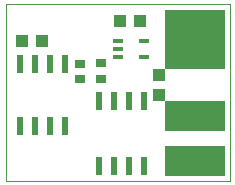
<source format=gtp>
G75*
%MOIN*%
%OFA0B0*%
%FSLAX25Y25*%
%IPPOS*%
%LPD*%
%AMOC8*
5,1,8,0,0,1.08239X$1,22.5*
%
%ADD10C,0.00000*%
%ADD11R,0.03543X0.01575*%
%ADD12R,0.02362X0.06299*%
%ADD13R,0.02400X0.06000*%
%ADD14R,0.03543X0.02756*%
%ADD15R,0.04331X0.03937*%
%ADD16R,0.20000X0.10000*%
%ADD17R,0.03937X0.04331*%
D10*
X0001000Y0001000D02*
X0001000Y0059780D01*
X0075685Y0059780D01*
X0075685Y0001000D01*
X0001000Y0001000D01*
D11*
X0038559Y0042260D03*
X0038559Y0044819D03*
X0038559Y0047378D03*
X0047220Y0047378D03*
X0047220Y0042260D03*
D12*
X0020744Y0039953D03*
X0015783Y0039953D03*
X0010783Y0039953D03*
X0005783Y0039953D03*
X0005744Y0019055D03*
X0010744Y0019055D03*
X0015744Y0019055D03*
X0020744Y0019055D03*
D13*
X0032240Y0027469D03*
X0037240Y0027469D03*
X0042240Y0027469D03*
X0047240Y0027469D03*
X0047240Y0005869D03*
X0042240Y0005869D03*
X0037240Y0005869D03*
X0032240Y0005869D03*
D14*
X0032929Y0034976D03*
X0032929Y0040094D03*
X0025843Y0040016D03*
X0025843Y0034898D03*
D15*
X0013244Y0047575D03*
X0006551Y0047575D03*
X0039189Y0054150D03*
X0045882Y0054150D03*
D16*
X0063992Y0052969D03*
X0063992Y0043126D03*
X0063992Y0022654D03*
X0063992Y0007693D03*
D17*
X0052181Y0029543D03*
X0052181Y0036236D03*
M02*

</source>
